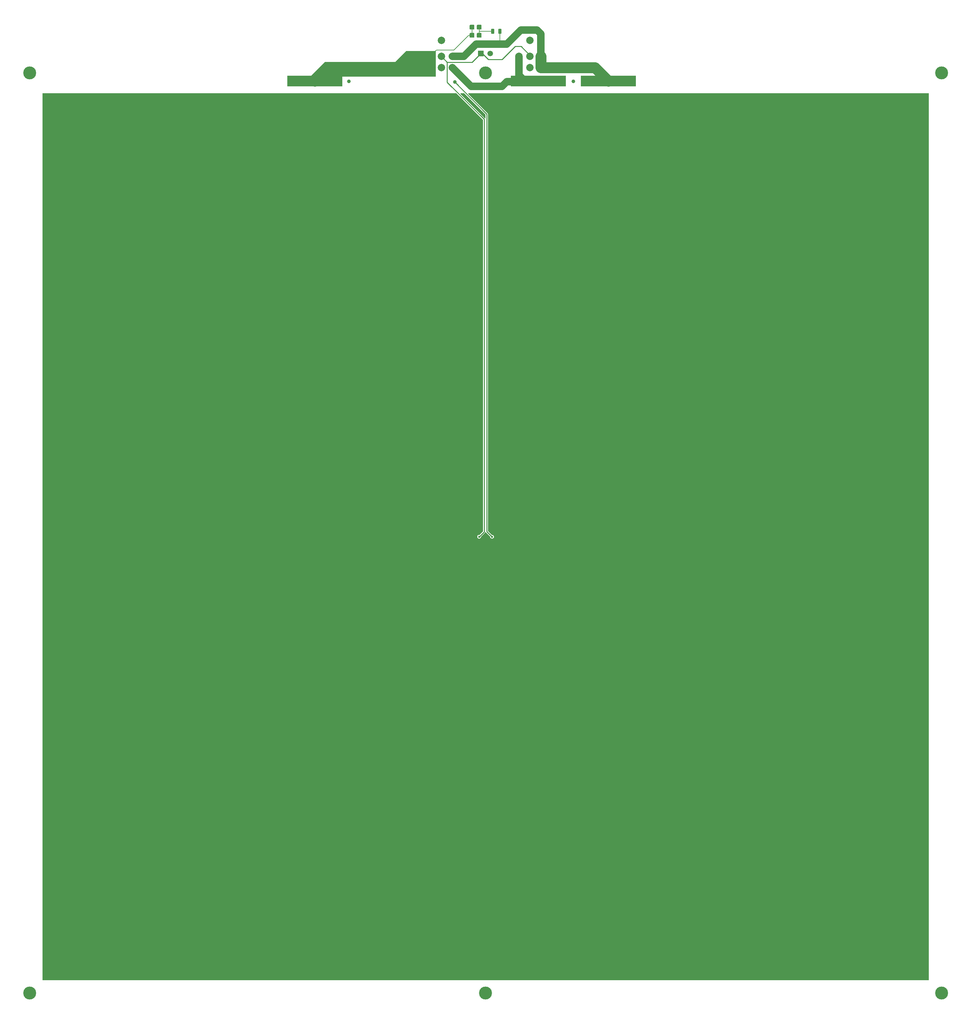
<source format=gbl>
G04 Layer_Physical_Order=2*
G04 Layer_Color=16711680*
%FSLAX44Y44*%
%MOMM*%
G71*
G01*
G75*
%ADD14C,3.0000*%
%ADD17C,0.2500*%
%ADD18C,2.0000*%
%ADD19R,15.0000X3.0000*%
%ADD20C,1.5000*%
%ADD21R,1.5000X1.5000*%
%ADD22C,1.0000*%
%ADD23C,2.0000*%
%ADD24C,3.5000*%
%ADD25C,0.6000*%
G04:AMPARAMS|DCode=26|XSize=1.27mm|YSize=1.27mm|CornerRadius=0.1588mm|HoleSize=0mm|Usage=FLASHONLY|Rotation=180.000|XOffset=0mm|YOffset=0mm|HoleType=Round|Shape=RoundedRectangle|*
%AMROUNDEDRECTD26*
21,1,1.2700,0.9525,0,0,180.0*
21,1,0.9525,1.2700,0,0,180.0*
1,1,0.3175,-0.4763,0.4763*
1,1,0.3175,0.4763,0.4763*
1,1,0.3175,0.4763,-0.4763*
1,1,0.3175,-0.4763,-0.4763*
%
%ADD26ROUNDEDRECTD26*%
G04:AMPARAMS|DCode=27|XSize=1.3mm|YSize=0.8mm|CornerRadius=0.1mm|HoleSize=0mm|Usage=FLASHONLY|Rotation=270.000|XOffset=0mm|YOffset=0mm|HoleType=Round|Shape=RoundedRectangle|*
%AMROUNDEDRECTD27*
21,1,1.3000,0.6000,0,0,270.0*
21,1,1.1000,0.8000,0,0,270.0*
1,1,0.2000,-0.3000,-0.5500*
1,1,0.2000,-0.3000,0.5500*
1,1,0.2000,0.3000,0.5500*
1,1,0.2000,0.3000,-0.5500*
%
%ADD27ROUNDEDRECTD27*%
%ADD28C,0.2000*%
G36*
X1140000Y2520001D02*
X800000D01*
X840000Y2560001D01*
X1030000D01*
X1060000Y2590001D01*
Y2590001D01*
X1140000D01*
Y2520001D01*
D02*
G37*
G36*
X1274687Y2417628D02*
Y2407620D01*
X1273417Y2407234D01*
X1273343Y2407344D01*
X1206860Y2473828D01*
X1207346Y2475001D01*
X1217314D01*
X1274687Y2417628D01*
D02*
G37*
G36*
X2475000Y75001D02*
X75000D01*
Y2475001D01*
X1196314D01*
X1267687Y2403628D01*
Y1289873D01*
X1257843Y1280030D01*
X1257500Y1280098D01*
X1255549Y1279710D01*
X1253895Y1278605D01*
X1252790Y1276951D01*
X1252402Y1275000D01*
X1252790Y1273049D01*
X1253895Y1271395D01*
X1255549Y1270290D01*
X1257500Y1269902D01*
X1259451Y1270290D01*
X1261105Y1271395D01*
X1262210Y1273049D01*
X1262598Y1275000D01*
X1262530Y1275343D01*
X1273343Y1286157D01*
X1274062Y1287232D01*
X1274066Y1287252D01*
X1275414Y1287521D01*
X1275657Y1287157D01*
X1287470Y1275343D01*
X1287402Y1275001D01*
X1287790Y1273050D01*
X1288896Y1271396D01*
X1290549Y1270291D01*
X1292500Y1269903D01*
X1294451Y1270291D01*
X1296105Y1271396D01*
X1297210Y1273050D01*
X1297598Y1275001D01*
X1297210Y1276952D01*
X1296105Y1278606D01*
X1294451Y1279711D01*
X1292500Y1280099D01*
X1292156Y1280030D01*
X1281314Y1290872D01*
Y2419001D01*
X1281062Y2420269D01*
X1280343Y2421344D01*
X1227860Y2473828D01*
X1228346Y2475001D01*
X2475000D01*
Y75001D01*
D02*
G37*
D14*
X812500Y2508750D02*
X842401Y2538651D01*
X1425000Y2545001D02*
Y2575001D01*
Y2545001D02*
X1571249D01*
X1607500Y2508750D01*
X842401Y2538651D02*
X1118650D01*
X1040050Y2545001D02*
X1070050Y2575001D01*
X1125000D01*
X1118650Y2538651D02*
X1125000Y2545001D01*
D17*
X1238200Y2559001D02*
X1262300Y2583101D01*
X1171000Y2559001D02*
X1238200D01*
X1155000Y2575001D02*
X1171000Y2559001D01*
X1262300Y2583101D02*
X1265900D01*
X1355000Y2602001D02*
X1371000D01*
X1395000Y2578001D01*
Y2575001D02*
Y2578001D01*
X1265900Y2583101D02*
X1282000Y2567001D01*
X1320000D01*
X1355000Y2602001D01*
X1171000Y2505001D02*
Y2559001D01*
X1257500Y1275000D02*
X1271000Y1288500D01*
Y2405001D01*
X1171000Y2505001D02*
X1271000Y2405001D01*
X1278000Y1289500D02*
X1292500Y1275000D01*
X1278000Y1289500D02*
Y2419001D01*
X1191500Y2505501D02*
X1278000Y2419001D01*
D18*
X1365000Y2524851D02*
X1382950Y2506901D01*
X1365000Y2524851D02*
Y2545001D01*
Y2575001D01*
X1332150Y2608501D02*
X1370250Y2646601D01*
X1414700D01*
X1425000Y2636301D01*
Y2575001D02*
Y2636301D01*
X1185000Y2545001D02*
X1235800Y2494201D01*
X1319450D01*
X1332150Y2506901D01*
X1370250D01*
X1249600Y2608501D02*
X1332150D01*
X1185000Y2575001D02*
X1216100D01*
X1249600Y2608501D01*
D19*
X812500Y2508750D02*
D03*
X1417500D02*
D03*
X1607500D02*
D03*
D20*
X1287700Y2583101D02*
D03*
D21*
X1262300D02*
D03*
D22*
X1512500Y2507500D02*
D03*
X905000D02*
D03*
X1192000Y2506001D02*
D03*
D23*
X1155000Y2618201D02*
D03*
X1185000Y2545001D02*
D03*
X1155000D02*
D03*
X1125000D02*
D03*
X1185000Y2575001D02*
D03*
X1155000D02*
D03*
X1125000D02*
D03*
X1395000Y2618201D02*
D03*
X1425000Y2545001D02*
D03*
X1395000D02*
D03*
X1365000D02*
D03*
X1425000Y2575001D02*
D03*
X1395000D02*
D03*
X1365000D02*
D03*
D24*
X2510000Y2530001D02*
D03*
X2510000Y40000D02*
D03*
X1275000Y40000D02*
D03*
X40000Y40000D02*
D03*
X1275000Y2530000D02*
D03*
X40000D02*
D03*
D25*
X1257500Y1275000D02*
D03*
X1292500Y1275001D02*
D03*
D26*
X1257525Y2632001D02*
D03*
X1238475D02*
D03*
Y2654001D02*
D03*
X1257525D02*
D03*
D27*
X1314000Y2643001D02*
D03*
X1294000D02*
D03*
D28*
X1125000Y2575001D02*
X1142000Y2592001D01*
X1189000D01*
X1229000Y2632001D01*
X1238475D01*
Y2654001D01*
X1257525Y2643001D02*
X1294000D01*
X1257525Y2632001D02*
Y2643001D01*
Y2654001D01*
X1314000Y2613001D02*
Y2643001D01*
M02*

</source>
